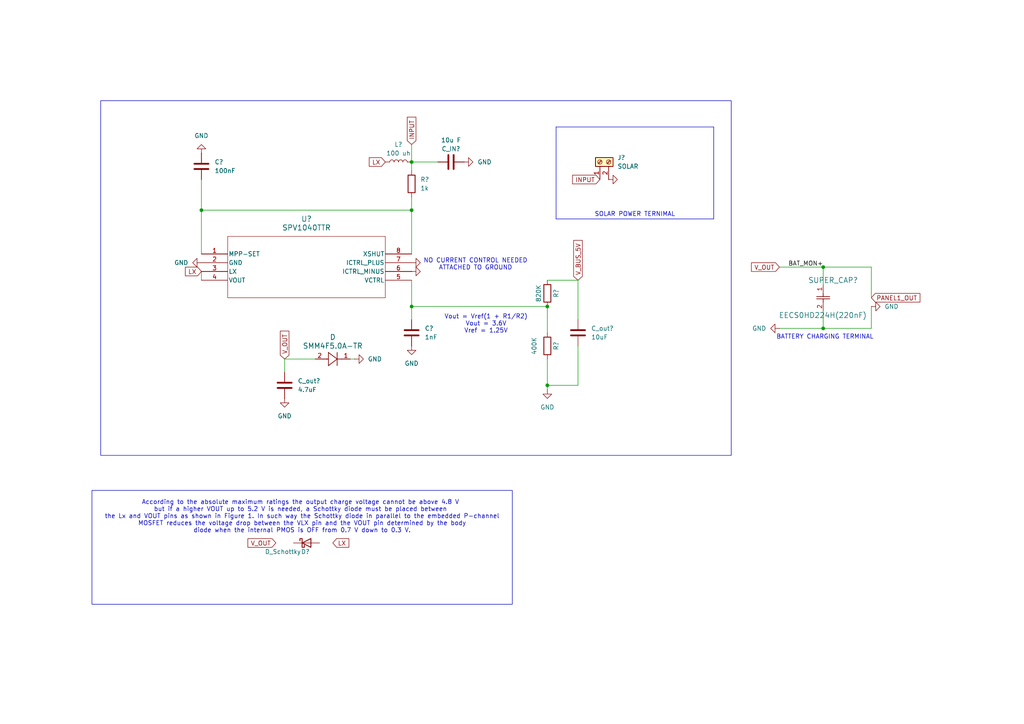
<source format=kicad_sch>
(kicad_sch (version 20231120) (generator "eeschema") (generator_version "8.0")
  (paper "A4")
  (title_block (date "V1"))
  (lib_symbols
    (symbol "2024-06-07_14-27-39:SPV1040TTR" (pin_names (offset 0.254))
      (property "Reference" "U" (at 30.48 10.16 0))
      (property "Value" "SPV1040TTR" (at 30.48 7.62 0))
      (symbol "SPV1040TTR_0_1"
        (polyline (pts (xy 7.62 -12.7) (xy 53.34 -12.7)) (stroke (width 0.127)))
        (polyline (pts (xy 7.62 5.08) (xy 7.62 -12.7)) (stroke (width 0.127)))
        (polyline (pts (xy 53.34 -12.7) (xy 53.34 5.08)) (stroke (width 0.127)))
        (polyline (pts (xy 53.34 5.08) (xy 7.62 5.08)) (stroke (width 0.127)))
        (pin unspecified line (at 0 0 0) (length 7.62) (name "MPP-SET") (number "1"))
        (pin power_out line (at 0 -2.54 0) (length 7.62) (name "GND") (number "2"))
        (pin unspecified line (at 0 -5.08 0) (length 7.62) (name "LX") (number "3"))
        (pin output line (at 0 -7.62 0) (length 7.62) (name "VOUT") (number "4"))
        (pin unspecified line (at 60.96 -7.62 180) (length 7.62) (name "VCTRL") (number "5"))
        (pin unspecified line (at 60.96 -5.08 180) (length 7.62) (name "ICTRL_MINUS") (number "6"))
        (pin unspecified line (at 60.96 -2.54 180) (length 7.62) (name "ICTRL_PLUS") (number "7"))
        (pin unspecified line (at 60.96 0 180) (length 7.62) (name "XSHUT") (number "8"))
      )
    )
    (symbol "2024-06-08_06-57-05:super_capacitor" (pin_names (offset 0.254))
      (property "Reference" "SUPER_CAPACITOR" (at -1.27 10.16 90))
      (property "Value" "EECS0HD224H" (at 7.62 7.62 90))
      (symbol "super_capacitor_1_1"
        (polyline (pts (xy 2.54 0) (xy 3.4798 0)) (stroke (width 0.2032)))
        (polyline (pts (xy 3.4798 -1.905) (xy 3.4798 1.905)) (stroke (width 0.2032)))
        (polyline (pts (xy 4.1148 -1.905) (xy 4.1148 1.905)) (stroke (width 0.2032)))
        (polyline (pts (xy 4.1148 0) (xy 5.08 0)) (stroke (width 0.2032)))
        (pin passive line (at 0 0 0) (length 2.54) (name "") (number "1"))
        (pin passive line (at 7.62 0 180) (length 2.54) (name "") (number "2"))
      )
      (symbol "super_capacitor_1_2"
        (polyline (pts (xy -1.905 -4.1148) (xy 1.905 -4.1148)) (stroke (width 0.2032)))
        (polyline (pts (xy -1.905 -3.4798) (xy 1.905 -3.4798)) (stroke (width 0.2032)))
        (polyline (pts (xy 0 -4.1148) (xy 0 -5.08)) (stroke (width 0.2032)))
        (polyline (pts (xy 0 -2.54) (xy 0 -3.4798)) (stroke (width 0.2032)))
        (pin unspecified line (at 0 0 270) (length 2.54) (name "") (number "1"))
        (pin unspecified line (at 0 -7.62 90) (length 2.54) (name "") (number "2"))
      )
    )
    (symbol "2025-01-24_10-07-25:SMM4F5.0A-TR" (pin_names (offset 0.254))
      (property "Reference" "CR" (at 5.08 4.445 0))
      (property "Value" "SMM4F5.0A-TR" (at 5.08 -3.81 0))
      (symbol "SMM4F5.0A-TR_0_1"
        (polyline (pts (xy 2.54 0) (xy 3.4798 0)) (stroke (width 0.2032)))
        (polyline (pts (xy 3.175 0) (xy 3.81 0)) (stroke (width 0.2032)))
        (polyline (pts (xy 3.81 -1.905) (xy 6.35 0)) (stroke (width 0.2032)))
        (polyline (pts (xy 3.81 1.905) (xy 3.81 -1.905)) (stroke (width 0.2032)))
        (polyline (pts (xy 6.35 -1.905) (xy 6.35 1.905)) (stroke (width 0.2032)))
        (polyline (pts (xy 6.35 0) (xy 3.81 1.905)) (stroke (width 0.2032)))
        (polyline (pts (xy 6.35 0) (xy 7.62 0)) (stroke (width 0.2032)))
        (pin unspecified line (at 10.16 0 180) (length 2.54) (name "") (number "1"))
        (pin unspecified line (at 0 0 0) (length 2.54) (name "") (number "2"))
      )
    )
    (symbol "Connector:Screw_Terminal_01x02" (pin_names (offset 1.016) hide)
      (property "Reference" "J" (at 0 2.54 0))
      (property "Value" "Screw_Terminal_01x02" (at 0 -5.08 0))
      (symbol "Screw_Terminal_01x02_1_1"
        (rectangle (start -1.27 1.27) (end 1.27 -3.81) (stroke (width 0.254)) (fill (type background)))
        (circle (center 0 -2.54) (radius 0.635) (stroke (width 0.1524)))
        (polyline (pts (xy -0.5334 -2.2098) (xy 0.3302 -3.048)) (stroke (width 0.1524)))
        (polyline (pts (xy -0.5334 0.3302) (xy 0.3302 -0.508)) (stroke (width 0.1524)))
        (polyline (pts (xy -0.3556 -2.032) (xy 0.508 -2.8702)) (stroke (width 0.1524)))
        (polyline (pts (xy -0.3556 0.508) (xy 0.508 -0.3302)) (stroke (width 0.1524)))
        (circle (center 0 0) (radius 0.635) (stroke (width 0.1524)))
        (pin passive line (at -5.08 0 0) (length 3.81) (name "Pin_1") (number "1"))
        (pin passive line (at -5.08 -2.54 0) (length 3.81) (name "Pin_2") (number "2"))
      )
    )
    (symbol "Device:C" (pin_numbers hide) (pin_names (offset 0.254))
      (property "Reference" "C" (at 0.635 2.54 0))
      (property "Value" "C" (at 0.635 -2.54 0))
      (symbol "C_0_1"
        (polyline (pts (xy -2.032 -0.762) (xy 2.032 -0.762)) (stroke (width 0.508)))
        (polyline (pts (xy -2.032 0.762) (xy 2.032 0.762)) (stroke (width 0.508)))
      )
      (symbol "C_1_1"
        (pin passive line (at 0 3.81 270) (length 2.794) (name "~") (number "1"))
        (pin passive line (at 0 -3.81 90) (length 2.794) (name "~") (number "2"))
      )
    )
    (symbol "Device:D_Schottky" (pin_numbers hide) (pin_names (offset 1.016) hide)
      (property "Reference" "D" (at 0 2.54 0))
      (property "Value" "D_Schottky" (at 0 -2.54 0))
      (symbol "D_Schottky_0_1"
        (polyline (pts (xy 1.27 0) (xy -1.27 0)))
        (polyline (pts (xy 1.27 1.27) (xy 1.27 -1.27) (xy -1.27 0) (xy 1.27 1.27)) (stroke (width 0.254)))
        (polyline (pts (xy -1.905 0.635) (xy -1.905 1.27) (xy -1.27 1.27) (xy -1.27 -1.27) (xy -0.635 -1.27) (xy -0.635 -0.635)) (stroke (width 0.254)))
      )
      (symbol "D_Schottky_1_1"
        (pin passive line (at -3.81 0 0) (length 2.54) (name "K") (number "1"))
        (pin passive line (at 3.81 0 180) (length 2.54) (name "A") (number "2"))
      )
    )
    (symbol "Device:L" (pin_numbers hide) (pin_names (offset 1.016) hide)
      (property "Reference" "L" (at -1.27 0 90))
      (property "Value" "L" (at 1.905 0 90))
      (symbol "L_0_1"
        (arc (start 0 -2.54) (mid 0.6323 -1.905) (end 0 -1.27))
        (arc (start 0 -1.27) (mid 0.6323 -0.635) (end 0 0))
        (arc (start 0 0) (mid 0.6323 0.635) (end 0 1.27))
        (arc (start 0 1.27) (mid 0.6323 1.905) (end 0 2.54))
      )
      (symbol "L_1_1"
        (pin passive line (at 0 3.81 270) (length 1.27) (name "1") (number "1"))
        (pin passive line (at 0 -3.81 90) (length 1.27) (name "2") (number "2"))
      )
    )
    (symbol "Device:R" (pin_numbers hide) (pin_names (offset 0))
      (property "Reference" "R" (at 2.032 0 90))
      (property "Value" "R" (at 0 0 90))
      (symbol "R_0_1"
        (rectangle (start -1.016 -2.54) (end 1.016 2.54) (stroke (width 0.254)))
      )
      (symbol "R_1_1"
        (pin passive line (at 0 3.81 270) (length 1.27) (name "~") (number "1"))
        (pin passive line (at 0 -3.81 90) (length 1.27) (name "~") (number "2"))
      )
    )
    (symbol "power:GND" (power) (pin_numbers hide) (pin_names (offset 0) hide)
      (property "Value" "GND" (at 0 -3.81 0))
      (symbol "GND_0_1"
        (polyline (pts (xy 0 0) (xy 0 -1.27) (xy 1.27 -1.27) (xy 0 -2.54) (xy -1.27 -1.27) (xy 0 -1.27)))
      )
      (symbol "GND_1_1"
        (pin power_in line (at 0 0 270) (length 0) (name "~") (number "1"))
      )
    )
  )
  (junction (at 58.42 60.96))
  (junction (at 158.75 111.76))
  (junction (at 158.75 88.9))
  (junction (at 238.76 77.47))
  (junction (at 119.38 60.96))
  (junction (at 238.76 95.25))
  (junction (at 119.38 88.9))
  (junction (at 119.38 46.99))
  (wire (pts (xy 252.73 88.9) (xy 252.73 95.25)))
  (wire (pts (xy 82.55 104.14) (xy 82.55 107.95)))
  (wire (pts (xy 252.73 77.47) (xy 252.73 86.36)))
  (polyline (pts (xy 161.29 63.5) (xy 207.01 63.5)))
  (polyline (pts (xy 207.01 63.5) (xy 207.01 36.83)))
  (wire (pts (xy 158.75 81.28) (xy 167.64 81.28)))
  (wire (pts (xy 167.64 100.33) (xy 167.64 111.76)))
  (polyline (pts (xy 161.29 36.83) (xy 207.01 36.83)))
  (wire (pts (xy 119.38 57.15) (xy 119.38 60.96)))
  (wire (pts (xy 119.38 88.9) (xy 119.38 92.71)))
  (wire (pts (xy 58.42 52.07) (xy 58.42 60.96)))
  (wire (pts (xy 158.75 104.14) (xy 158.75 111.76)))
  (wire (pts (xy 119.38 46.99) (xy 127 46.99)))
  (polyline (pts (xy 161.29 36.83) (xy 161.29 63.5)))
  (wire (pts (xy 119.38 60.96) (xy 58.42 60.96)))
  (wire (pts (xy 119.38 60.96) (xy 119.38 73.66)))
  (wire (pts (xy 167.64 81.28) (xy 167.64 92.71)))
  (wire (pts (xy 226.06 95.25) (xy 238.76 95.25)))
  (wire (pts (xy 82.55 104.14) (xy 91.44 104.14)))
  (wire (pts (xy 158.75 111.76) (xy 158.75 113.03)))
  (wire (pts (xy 238.76 95.25) (xy 252.73 95.25)))
  (wire (pts (xy 238.76 90.17) (xy 238.76 95.25)))
  (wire (pts (xy 226.06 77.47) (xy 238.76 77.47)))
  (wire (pts (xy 119.38 81.28) (xy 119.38 88.9)))
  (wire (pts (xy 158.75 111.76) (xy 167.64 111.76)))
  (wire (pts (xy 58.42 60.96) (xy 58.42 73.66)))
  (wire (pts (xy 101.6 104.14) (xy 102.87 104.14)))
  (wire (pts (xy 119.38 88.9) (xy 158.75 88.9)))
  (wire (pts (xy 238.76 77.47) (xy 252.73 77.47)))
  (wire (pts (xy 238.76 82.55) (xy 238.76 77.47)))
  (wire (pts (xy 119.38 41.91) (xy 119.38 46.99)))
  (wire (pts (xy 58.42 78.74) (xy 58.42 81.28)))
  (wire (pts (xy 119.38 46.99) (xy 119.38 49.53)))
  (wire (pts (xy 158.75 88.9) (xy 158.75 96.52)))
  (rectangle (start 29.21 29.21) (end 212.09 132.08))
  (rectangle (start 26.67 142.24) (end 148.59 175.26))
  (text "BATTERY CHARGING TERMINAL\n" (at 239.268 97.79 0) (effects (font (size 1.27 1.27))))
  (text "Vout = Vref(1 + R1/R2)\nVout = 3.6V\nVref = 1.25V" (at 140.97 93.98 0) (effects (font (size 1.27 1.27))))
  (text "NO CURRENT CONTROL NEEDED\nATTACHED TO GROUND\n" (at 137.922 76.708 0) (effects (font (size 1.27 1.27))))
  (text "According to the absolute maximum ratings the output charge voltage cannot be above 4.8 V \nbut if a higher VOUT up to 5.2 V is needed, a Schottky diode must be placed between \nthe Lx and VOUT pins as shown in Figure 1. In such way the Schottky diode in parallel to the embedded P-channel\n MOSFET reduces the voltage drop between the VLX pin and the VOUT pin determined by the body \ndiode when the internal PMOS is OFF from 0.7 V down to 0.3 V." (at 87.63 149.86 0) (effects (font (size 1.27 1.27))))
  (text "SOLAR POWER TERNIMAL\n" (at 184.15 62.23 0) (effects (font (size 1.27 1.27))))
  (label "BAT_MON+" (at 228.6 77.47 0))
  (global_label "INPUT" (shape input) (at 119.38 41.91 90) (property "Intersheetrefs" "${INTERSHEET_REFS}" (effects (hide yes))))
  (global_label "INPUT" (shape input) (at 173.99 52.07 180) (property "Intersheetrefs" "${INTERSHEET_REFS}" (effects (hide yes))))
  (global_label "V_OUT" (shape input) (at 82.55 104.14 90) (property "Intersheetrefs" "${INTERSHEET_REFS}" (effects (hide yes))))
  (global_label "LX" (shape input) (at 58.42 78.74 180) (property "Intersheetrefs" "${INTERSHEET_REFS}" (effects (hide yes))))
  (global_label "V_OUT" (shape input) (at 80.01 157.48 180) (property "Intersheetrefs" "${INTERSHEET_REFS}" (effects (hide yes))))
  (global_label "PANEL1_OUT" (shape input) (at 252.73 86.36 0) (property "Intersheetrefs" "${INTERSHEET_REFS}" (effects (hide yes))))
  (global_label "V_BUS_5V" (shape input) (at 167.64 81.28 90) (property "Intersheetrefs" "${INTERSHEET_REFS}" (effects (hide yes))))
  (global_label "LX" (shape input) (at 111.76 46.99 180) (property "Intersheetrefs" "${INTERSHEET_REFS}" (effects (hide yes))))
  (global_label "V_OUT" (shape input) (at 226.06 77.47 180) (property "Intersheetrefs" "${INTERSHEET_REFS}" (effects (hide yes))))
  (global_label "LX" (shape input) (at 96.52 157.48 0) (property "Intersheetrefs" "${INTERSHEET_REFS}" (effects (hide yes))))
  (symbol (lib_id "power:GND") (at 102.87 104.14 90) (unit 1)
    (property "Reference" "#PWR0111" (effects (hide yes)))
    (property "Value" "GND" (at 106.68 104.1399 90) (effects (justify right)))
    (property "Description" "Power symbol creates a global label with name \"GND\" , ground" (effects (hide yes)))
  )
  (symbol (lib_id "power:GND") (at 226.06 95.25 270) (unit 1)
    (property "Reference" "#PWR0102" (effects (hide yes)))
    (property "Value" "GND" (at 222.25 95.2499 90) (effects (justify right)))
    (property "Description" "Power symbol creates a global label with name \"GND\" , ground" (effects (hide yes)))
  )
  (symbol (lib_id "power:GND") (at 82.55 115.57 0) (unit 1)
    (property "Reference" "#PWR0110" (effects (hide yes)))
    (property "Value" "GND" (at 82.55 120.65 0))
    (property "Description" "Power symbol creates a global label with name \"GND\" , ground" (effects (hide yes)))
  )
  (symbol (lib_id "Device:C") (at 167.64 96.52 0) (unit 1)
    (property "Reference" "C_out?" (at 171.45 95.2499 0) (effects (justify left)))
    (property "Value" "10uF" (at 171.45 97.7899 0) (effects (justify left)))
    (property "Footprint" "Capacitor_SMD:C_0603_1608Metric" (effects (hide yes)))
    (property "Description" "Unpolarized capacitor" (effects (hide yes)))
    (property "JLC Part " "C76614" (effects (hide yes)))
  )
  (symbol (lib_id "Device:C") (at 82.55 111.76 180) (unit 1)
    (property "Reference" "C_out?" (at 86.36 110.4899 0) (effects (justify right)))
    (property "Value" "4.7uF" (at 86.36 113.0299 0) (effects (justify right)))
    (property "Footprint" "Capacitor_SMD:C_0603_1608Metric" (effects (hide yes)))
    (property "Description" "Unpolarized capacitor" (effects (hide yes)))
    (property "JLC Part " "C69335" (effects (hide yes)))
  )
  (symbol (lib_id "Connector:Screw_Terminal_01x02") (at 173.99 46.99 90) (unit 1)
    (property "Reference" "J?" (at 179.07 45.7199 90) (effects (justify right)))
    (property "Value" "SOLAR" (at 179.07 48.2599 90) (effects (justify right)))
    (property "Footprint" "TerminalBlock_Phoenix:TerminalBlock_Phoenix_PT-1,5-2-5.0-H_1x02_P5.00mm_Horizontal" (effects (hide yes)))
    (property "Description" "Generic screw terminal, single row, 01x02, script generated (kicad-library-utils/schlib/autogen/connector/)" (effects (hide yes)))
  )
  (symbol (lib_id "Device:R") (at 158.75 100.33 180) (unit 1)
    (property "Reference" "R?" (at 161.29 100.33 90))
    (property "Value" "400K" (at 154.94 100.33 90))
    (property "Footprint" "Resistor_SMD:R_0603_1608Metric" (effects (hide yes)))
    (property "Description" "Resistor" (effects (hide yes)))
    (property "JLC Part " "C3949569" (effects (hide yes)))
  )
  (symbol (lib_id "power:GND") (at 58.42 76.2 270) (unit 1)
    (property "Reference" "#PWR0112" (effects (hide yes)))
    (property "Value" "GND" (at 54.61 76.1999 90) (effects (justify right)))
    (property "Description" "Power symbol creates a global label with name \"GND\" , ground" (effects (hide yes)))
  )
  (symbol (lib_id "power:GND") (at 119.38 76.2 90) (unit 1)
    (property "Reference" "#PWR0108" (effects (hide yes)))
    (property "Value" "GND" (effects (hide yes)))
    (property "Description" "Power symbol creates a global label with name \"GND\" , ground" (effects (hide yes)))
  )
  (symbol (lib_id "Device:D_Schottky") (at 88.9 157.48 0) (unit 1)
    (property "Reference" "D?" (at 89.8526 160.02 0) (effects (justify right)))
    (property "Value" "D_Schottky" (at 87.3126 160.02 0) (effects (justify right)))
    (property "Description" "Schottky diode" (effects (hide yes)))
  )
  (symbol (lib_id "2024-06-07_14-27-39:SPV1040TTR") (at 58.42 73.66 0) (unit 1)
    (property "Reference" "U?" (at 88.9 63.5 0) (effects (font (size 1.524 1.524))))
    (property "Value" "SPV1040TTR" (at 88.9 66.04 0) (effects (font (size 1.524 1.524))))
    (property "Footprint" "SPV1040:SOP65P640X120-8N" (effects (hide yes)))
    (property "Datasheet" "SPV1040TTR" (effects (hide yes)))
    (property "JLC Part " "C221500" (effects (hide yes)))
  )
  (symbol (lib_id "power:GND") (at 252.73 88.9 90) (unit 1)
    (property "Reference" "#PWR0103" (effects (hide yes)))
    (property "Value" "GND" (at 256.54 88.8999 90) (effects (justify right)))
    (property "Description" "Power symbol creates a global label with name \"GND\" , ground" (effects (hide yes)))
  )
  (symbol (lib_id "power:GND") (at 176.53 52.07 90) (unit 1)
    (property "Reference" "#PWR0101" (effects (hide yes)))
    (property "Value" "GND" (effects (hide yes)))
    (property "Description" "Power symbol creates a global label with name \"GND\" , ground" (effects (hide yes)))
  )
  (symbol (lib_id "Device:C") (at 130.81 46.99 90) (unit 1)
    (property "Reference" "C_IN?" (at 130.81 43.18 90))
    (property "Value" "10u F" (at 130.81 40.64 90))
    (property "Footprint" "Capacitor_SMD:C_0603_1608Metric" (effects (hide yes)))
    (property "Description" "Unpolarized capacitor" (effects (hide yes)))
    (property "JLC Part " "C76614" (effects (hide yes)))
  )
  (symbol (lib_id "Device:C") (at 58.42 48.26 0) (unit 1)
    (property "Reference" "C?" (at 62.23 46.9899 0) (effects (justify left)))
    (property "Value" "100nF" (at 62.23 49.5299 0) (effects (justify left)))
    (property "Footprint" "Capacitor_SMD:C_0603_1608Metric" (effects (hide yes)))
    (property "Description" "Unpolarized capacitor" (effects (hide yes)))
    (property "JLC Part " "C1525" (effects (hide yes)))
  )
  (symbol (lib_id "power:GND") (at 119.38 78.74 90) (unit 1)
    (property "Reference" "#PWR0107" (effects (hide yes)))
    (property "Value" "GND" (effects (hide yes)))
    (property "Description" "Power symbol creates a global label with name \"GND\" , ground" (effects (hide yes)))
  )
  (symbol (lib_id "power:GND") (at 134.62 46.99 90) (unit 1)
    (property "Reference" "#PWR0104" (effects (hide yes)))
    (property "Value" "GND" (at 138.4933 46.9899 90) (effects (justify right)))
    (property "Description" "Power symbol creates a global label with name \"GND\" , ground" (effects (hide yes)))
  )
  (symbol (lib_id "2024-06-08_06-57-05:super_capacitor") (at 238.76 82.55 270) (unit 1)
    (property "Reference" "SUPER_CAP?" (at 248.92 81.28 90) (effects (font (size 1.524 1.524)) (justify right)))
    (property "Value" "EECS0HD224H(220nF)" (at 251.46 91.44 90) (effects (font (size 1.524 1.524)) (justify right)))
    (property "Footprint" "SPV1040T:CAP_EECS0_H_PAN" (effects (hide yes)))
    (property "Datasheet" "EECS0HD224H" (effects (hide yes)))
    (property "JLC Part " "C9900154460" (effects (hide yes)))
  )
  (symbol (lib_id "Device:R") (at 158.75 85.09 180) (unit 1)
    (property "Reference" "R?" (at 161.29 85.09 90))
    (property "Value" "820K" (at 156.21 85.09 90))
    (property "Footprint" "Resistor_SMD:R_0603_1608Metric" (effects (hide yes)))
    (property "Description" "Resistor" (effects (hide yes)))
    (property "JLC Part " "C2930044" (effects (hide yes)))
  )
  (symbol (lib_id "Device:C") (at 119.38 96.52 0) (unit 1)
    (property "Reference" "C?" (at 123.19 95.2499 0) (effects (justify left)))
    (property "Value" "1nF" (at 123.19 97.7899 0) (effects (justify left)))
    (property "Footprint" "Capacitor_SMD:C_0603_1608Metric" (effects (hide yes)))
    (property "Description" "Unpolarized capacitor" (effects (hide yes)))
    (property "JLC Part " "C1588" (effects (hide yes)))
  )
  (symbol (lib_id "Device:R") (at 119.38 53.34 0) (unit 1)
    (property "Reference" "R?" (at 121.92 52.0699 0) (effects (justify left)))
    (property "Value" "1k" (at 121.92 54.6099 0) (effects (justify left)))
    (property "Footprint" "Resistor_SMD:R_0603_1608Metric" (effects (hide yes)))
    (property "Description" "Resistor" (effects (hide yes)))
    (property "JLC Part " "C21190" (effects (hide yes)))
  )
  (symbol (lib_id "power:GND") (at 58.42 44.45 180) (unit 1)
    (property "Reference" "#PWR0106" (effects (hide yes)))
    (property "Value" "GND" (at 58.42 39.37 0))
    (property "Description" "Power symbol creates a global label with name \"GND\" , ground" (effects (hide yes)))
  )
  (symbol (lib_id "Device:L") (at 115.57 46.99 90) (unit 1)
    (property "Reference" "L?" (at 115.57 41.91 90))
    (property "Value" "100 uh" (at 115.57 44.45 90))
    (property "Footprint" "Inductor_SMD:L_Coilcraft_XAL6060-XXX" (effects (hide yes)))
    (property "Description" "Inductor" (effects (hide yes)))
    (property "JLC Part " "C2911576" (effects (hide yes)))
  )
  (symbol (lib_id "power:GND") (at 119.38 100.33 0) (unit 1)
    (property "Reference" "#PWR0109" (effects (hide yes)))
    (property "Value" "GND" (at 119.38 105.41 0))
    (property "Description" "Power symbol creates a global label with name \"GND\" , ground" (effects (hide yes)))
  )
  (symbol (lib_id "2025-01-24_10-07-25:SMM4F5.0A-TR") (at 91.44 104.14 0) (unit 1)
    (property "Reference" "D" (at 96.52 97.79 0) (effects (font (size 1.524 1.524))))
    (property "Value" "SMM4F5.0A-TR" (at 96.52 100.33 0) (effects (font (size 1.524 1.524))))
    (property "Footprint" "CR_F5.0A-TR_STM" (effects (hide yes)))
    (property "Datasheet" "SMM4F5.0A-TR" (effects (hide yes)))
    (property "JLC Part " "C1976670" (effects (hide yes)))
  )
  (symbol (lib_id "power:GND") (at 158.75 113.03 0) (unit 1)
    (property "Reference" "#PWR0105" (effects (hide yes)))
    (property "Value" "GND" (at 158.75 118.11 0))
    (property "Description" "Power symbol creates a global label with name \"GND\" , ground" (effects (hide yes)))
  )
)
</source>
